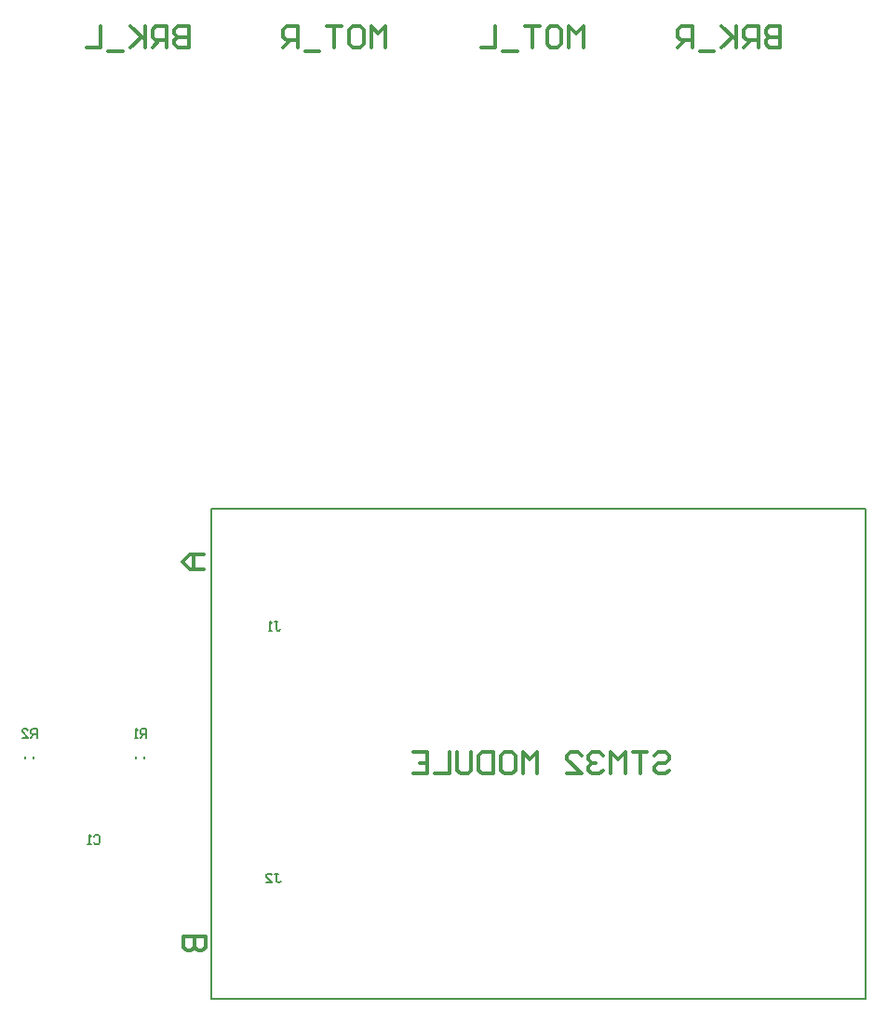
<source format=gbo>
G04*
G04 #@! TF.GenerationSoftware,Altium Limited,Altium Designer,20.1.12 (249)*
G04*
G04 Layer_Color=32896*
%FSLAX25Y25*%
%MOIN*%
G70*
G04*
G04 #@! TF.SameCoordinates,38A4389A-7558-4E28-873A-C6C5AD051B8D*
G04*
G04*
G04 #@! TF.FilePolarity,Positive*
G04*
G01*
G75*
%ADD11C,0.00787*%
%ADD12C,0.01181*%
%ADD13C,0.00600*%
D11*
X78087Y298346D02*
X312339D01*
Y123150D02*
Y298346D01*
X78087Y123150D02*
X312339D01*
X78087D02*
Y298346D01*
X51279Y209055D02*
Y209842D01*
X54232Y209055D02*
Y209842D01*
X11516Y208957D02*
Y209744D01*
X14469Y208957D02*
Y209744D01*
D12*
X68182Y145462D02*
X76054D01*
Y141526D01*
X74742Y140214D01*
X73430D01*
X72118Y141526D01*
Y145462D01*
Y141526D01*
X70806Y140214D01*
X69494D01*
X68182Y141526D01*
Y145462D01*
X75589Y281890D02*
X70342D01*
X67718Y279266D01*
X70342Y276642D01*
X75589D01*
X71653D01*
Y281890D01*
X70079Y471127D02*
Y463256D01*
X66143D01*
X64831Y464568D01*
Y465879D01*
X66143Y467191D01*
X70079D01*
X66143D01*
X64831Y468503D01*
Y469815D01*
X66143Y471127D01*
X70079D01*
X62207Y463256D02*
Y471127D01*
X58271D01*
X56960Y469815D01*
Y467191D01*
X58271Y465879D01*
X62207D01*
X59583D02*
X56960Y463256D01*
X54336Y471127D02*
Y463256D01*
Y465879D01*
X49088Y471127D01*
X53024Y467191D01*
X49088Y463256D01*
X46464Y461944D02*
X41217D01*
X38593Y471127D02*
Y463256D01*
X33345D01*
X281890Y471127D02*
Y463256D01*
X277954D01*
X276642Y464568D01*
Y465879D01*
X277954Y467191D01*
X281890D01*
X277954D01*
X276642Y468503D01*
Y469815D01*
X277954Y471127D01*
X281890D01*
X274018Y463256D02*
Y471127D01*
X270082D01*
X268771Y469815D01*
Y467191D01*
X270082Y465879D01*
X274018D01*
X271394D02*
X268771Y463256D01*
X266147Y471127D02*
Y463256D01*
Y465879D01*
X260899Y471127D01*
X264835Y467191D01*
X260899Y463256D01*
X258275Y461944D02*
X253028D01*
X250404Y463256D02*
Y471127D01*
X246468D01*
X245156Y469815D01*
Y467191D01*
X246468Y465879D01*
X250404D01*
X247780D02*
X245156Y463256D01*
X140551D02*
Y471127D01*
X137927Y468503D01*
X135303Y471127D01*
Y463256D01*
X128744Y471127D02*
X131368D01*
X132680Y469815D01*
Y464568D01*
X131368Y463256D01*
X128744D01*
X127432Y464568D01*
Y469815D01*
X128744Y471127D01*
X124808D02*
X119561D01*
X122184D01*
Y463256D01*
X116937Y461944D02*
X111689D01*
X109065Y463256D02*
Y471127D01*
X105130D01*
X103818Y469815D01*
Y467191D01*
X105130Y465879D01*
X109065D01*
X106441D02*
X103818Y463256D01*
X211417D02*
Y471127D01*
X208793Y468503D01*
X206170Y471127D01*
Y463256D01*
X199610Y471127D02*
X202234D01*
X203546Y469815D01*
Y464568D01*
X202234Y463256D01*
X199610D01*
X198298Y464568D01*
Y469815D01*
X199610Y471127D01*
X195674D02*
X190427D01*
X193051D01*
Y463256D01*
X187803Y461944D02*
X182555D01*
X179931Y471127D02*
Y463256D01*
X174684D01*
X236878Y210104D02*
X238190Y211416D01*
X240814D01*
X242126Y210104D01*
Y208792D01*
X240814Y207480D01*
X238190D01*
X236878Y206168D01*
Y204856D01*
X238190Y203545D01*
X240814D01*
X242126Y204856D01*
X234255Y211416D02*
X229007D01*
X231631D01*
Y203545D01*
X226383D02*
Y211416D01*
X223759Y208792D01*
X221135Y211416D01*
Y203545D01*
X218512Y210104D02*
X217200Y211416D01*
X214576D01*
X213264Y210104D01*
Y208792D01*
X214576Y207480D01*
X215888D01*
X214576D01*
X213264Y206168D01*
Y204856D01*
X214576Y203545D01*
X217200D01*
X218512Y204856D01*
X205392Y203545D02*
X210640D01*
X205392Y208792D01*
Y210104D01*
X206704Y211416D01*
X209328D01*
X210640Y210104D01*
X194897Y203545D02*
Y211416D01*
X192273Y208792D01*
X189649Y211416D01*
Y203545D01*
X183090Y211416D02*
X185714D01*
X187026Y210104D01*
Y204856D01*
X185714Y203545D01*
X183090D01*
X181778Y204856D01*
Y210104D01*
X183090Y211416D01*
X179154D02*
Y203545D01*
X175218D01*
X173907Y204856D01*
Y210104D01*
X175218Y211416D01*
X179154D01*
X171283D02*
Y204856D01*
X169971Y203545D01*
X167347D01*
X166035Y204856D01*
Y211416D01*
X163411D02*
Y203545D01*
X158163D01*
X150292Y211416D02*
X155540D01*
Y203545D01*
X150292D01*
X155540Y207480D02*
X152916D01*
D13*
X15658Y216511D02*
Y219710D01*
X14058D01*
X13525Y219177D01*
Y218110D01*
X14058Y217577D01*
X15658D01*
X14592D02*
X13525Y216511D01*
X10326D02*
X12459D01*
X10326Y218643D01*
Y219177D01*
X10859Y219710D01*
X11926D01*
X12459Y219177D01*
X54888Y216511D02*
Y219710D01*
X53289D01*
X52756Y219177D01*
Y218110D01*
X53289Y217577D01*
X54888D01*
X53822D02*
X52756Y216511D01*
X51690D02*
X50623D01*
X51156D01*
Y219710D01*
X51690Y219177D01*
X100927Y167741D02*
X101993D01*
X101460D01*
Y165075D01*
X101993Y164542D01*
X102526D01*
X103059Y165075D01*
X97728Y164542D02*
X99861D01*
X97728Y166675D01*
Y167208D01*
X98261Y167741D01*
X99327D01*
X99861Y167208D01*
X100787Y257899D02*
X101854D01*
X101321D01*
Y255233D01*
X101854Y254700D01*
X102387D01*
X102920Y255233D01*
X99721Y254700D02*
X98655D01*
X99188D01*
Y257899D01*
X99721Y257365D01*
X36050Y181112D02*
X36584Y181645D01*
X37650D01*
X38183Y181112D01*
Y178979D01*
X37650Y178446D01*
X36584D01*
X36050Y178979D01*
X34984Y178446D02*
X33918D01*
X34451D01*
Y181645D01*
X34984Y181112D01*
M02*

</source>
